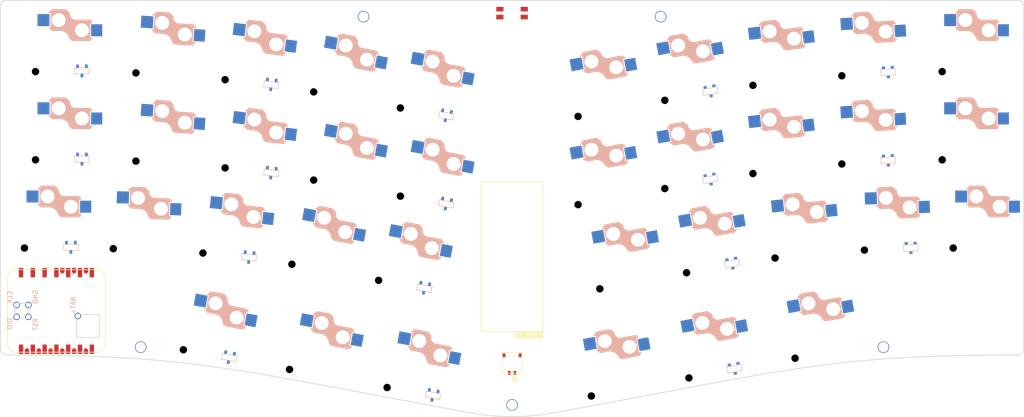
<source format=kicad_pcb>
(kicad_pcb (version 20241229) (generator "pcbnew") (generator_version "9.0")
  (title_block (title "unrouted") (rev "v1.0.0") (company "Unknown"))
  (layers (0 "F.Cu" signal) (2 "B.Cu" signal) (13 "F.Paste" user) (15 "B.Paste" user) (5 "F.SilkS" user) (7 "B.SilkS" user) (1 "F.Mask" user) (3 "B.Mask" user) (25 "Edge.Cuts" user))
  (net 0 "")
  (net 1 "R1")
  (net 2 "R3")
  (net 3 "P0.28")
  (net 4 "P0.29")
  (net 5 "P0.04")
  (net 6 "C8")
  (net 7 "C10")
  (net 8 "C7")
  (net 9 "C5")
  (net 10 "C3")
  (net 11 "C1")
  (net 12 "3V3")
  (net 13 "GND")
  (net 14 "5V")
  (net 15 "R2")
  (net 16 "R4")
  (net 17 "P1.01")
  (net 18 "P0.09")
  (net 19 "P0.10")
  (net 20 "C9")
  (net 21 "C6")
  (net 22 "C4")
  (net 23 "C2")
  (net 24 "DIO")
  (net 25 "CLK")
  (net 26 "RST")
  (net 27 "BAT+")
  (net 28 "flex_thumb")
  (net 29 "mirror_flex_thumb")
  (net 30 "w_top")
  (net 31 "e_top")
  (net 32 "r_top")
  (net 33 "t_top")
  (net 34 "mirror_w_top")
  (net 35 "mirror_e_top")
  (net 36 "mirror_r_top")
  (net 37 "mirror_t_top")
  (net 38 "s_home")
  (net 39 "d_home")
  (net 40 "f_home")
  (net 41 "g_home")
  (net 42 "mirror_s_home")
  (net 43 "mirror_d_home")
  (net 44 "mirror_f_home")
  (net 45 "mirror_g_home")
  (net 46 "z_bottom")
  (net 47 "x_bottom")
  (net 48 "c_bottom")
  (net 49 "v_bottom")
  (net 50 "b_bottom")
  (net 51 "mirror_z_bottom")
  (net 52 "mirror_x_bottom")
  (net 53 "mirror_c_bottom")
  (net 54 "mirror_v_bottom")
  (net 55 "mirror_b_bottom")
  (net 56 "base_thumb")
  (net 57 "mirror_base_thumb")
  (net 58 "q_top")
  (net 59 "mirror_q_top")
  (net 60 "a_home")
  (net 61 "mirror_a_home")
  (net 62 "ext_thumb")
  (net 63 "mirror_ext_thumb")
  (footprint "sw_choc_1u" (layer "F.Cu") (at 41.426508 2.388493 -7)
    (property "Reference" "SW4" (hide yes))
    (property "Value" "")
    (pad "" np_thru_hole circle (at -5.5 0 353) (size 1.9 1.9) (drill 1.9) (layers "*.Cu"))
    (pad "" np_thru_hole circle (at -5 5.15 353) (size 1.6 1.6) (drill 1.6) (layers "*.Mask"))
    (pad "" np_thru_hole circle (at 0 -5.95 353) (size 3 3) (drill 3) (layers "*.Cu" "*.Mask"))
    (pad "" np_thru_hole circle (at 0 0 353) (size 5 5) (drill 5) (layers "*.Cu"))
    (pad "" np_thru_hole circle (at 5 -3.75 188) (size 3 3) (drill 3) (layers "*.Cu" "*.Mask"))
    (pad "" np_thru_hole circle (at 5.5 0 353) (size 1.9 1.9) (drill 1.9) (layers "*.Cu"))
    (pad "1" smd rect (at -3.275 -5.95 353) (size 2.6 2.6) (layers "B.Cu" "B.Mask" "B.Paste") (net 10 "C3"))
    (pad "2" smd rect (at 8.175 -3.75 353) (size 2.4 2.6) (layers "B.Cu" "B.Mask" "B.Paste") (net 31 "e_top"))
  )
  (footprint "sw_choc_1u" (layer "F.Cu") (at 60.770097 5.365756 -10.5)
    (property "Reference" "SW5" (hide yes))
    (property "Value" "")
    (pad "" np_thru_hole circle (at -5.5 0 349.5) (size 1.9 1.9) (drill 1.9) (layers "*.Cu"))
    (pad "" np_thru_hole circle (at -5 5.15 349.5) (size 1.6 1.6) (drill 1.6) (layers "*.Mask"))
    (pad "" np_thru_hole circle (at 0 -5.95 349.5) (size 3 3) (drill 3) (layers "*.Cu" "*.Mask"))
    (pad "" np_thru_hole circle (at 0 0 349.5) (size 5 5) (drill 5) (layers "*.Cu"))
    (pad "" np_thru_hole circle (at 5 -3.75 184.5) (size 3 3) (drill 3) (layers "*.Cu" "*.Mask"))
    (pad "" np_thru_hole circle (at 5.5 0 349.5) (size 1.9 1.9) (drill 1.9) (layers "*.Cu"))
    (pad "1" smd rect (at -3.275 -5.95 349.5) (size 2.6 2.6) (layers "B.Cu" "B.Mask" "B.Paste") (net 22 "C4"))
    (pad "2" smd rect (at 8.175 -3.75 349.5) (size 2.4 2.6) (layers "B.Cu" "B.Mask" "B.Paste") (net 32 "r_top"))
  )
  (footprint "choc" (layer "F.Cu") (at 32.709804 60.91418 -10.5)
    (property "Reference" "SW1" (hide yes))
    (property "Value" "")
    (pad "" np_thru_hole circle (at -5.5 0 349.5) (size 1.9 1.9) (drill 1.9) (layers "*.Cu"))
    (pad "" np_thru_hole circle (at -5 5.15 349.5) (size 1.6 1.6) (drill 1.6) (layers "*.Mask"))
    (pad "" np_thru_hole circle (at 0 -5.95 349.5) (size 3 3) (drill 3) (layers "*.Cu" "*.Mask"))
    (pad "" np_thru_hole circle (at 0 0 349.5) (size 5 5) (drill 5) (layers "*.Cu"))
    (pad "" np_thru_hole circle (at 5 -3.75 184.5) (size 3 3) (drill 3) (layers "*.Cu" "*.Mask"))
    (pad "" np_thru_hole circle (at 5.5 0 349.5) (size 1.9 1.9) (drill 1.9) (layers "*.Cu"))
    (pad "1" smd rect (at -3.275 -5.95 349.5) (size 2.6 2.6) (layers "B.Cu" "B.Mask" "B.Paste") (net 10 "C3"))
    (pad "2" smd rect (at 8.175 -3.75 349.5) (size 2.4 2.6) (layers "B.Cu" "B.Mask" "B.Paste") (net 28 "flex_thumb"))
  )
  (footprint "sw_reset_side" (layer "F.Cu") (at 97.6491 -7.45)
    (property "Reference" "XX1" (hide yes))
    (property "Value" "")
    (pad "" np_thru_hole circle (at 0 -1.375 180) (size 0.75 0.75) (drill 0.75) (layers "*.Cu" "*.Mask"))
    (pad "" np_thru_hole circle (at 0 1.375 180) (size 0.75 0.75) (drill 0.75) (layers "*.Cu" "*.Mask"))
    (pad "1" smd rect (at 2.625 -0.85 180) (size 1.55 1) (layers "F.Cu" "F.Mask" "F.Paste") (net 13 "GND"))
    (pad "2" smd rect (at 2.625 0.85 180) (size 1.55 1) (layers "F.Cu" "F.Mask" "F.Paste") (net 26 "RST"))
    (pad "3" smd rect (at -2.625 -0.85 180) (size 1.55 1) (layers "F.Cu" "F.Mask" "F.Paste") (net 13 "GND"))
    (pad "4" smd rect (at -2.625 0.85 180) (size 1.55 1) (layers "F.Cu" "F.Mask" "F.Paste") (net 26 "RST"))
  )
  (footprint "sw_choc_1u" (layer "F.Cu") (at 173.360957 19.597681 3.5)
    (property "Reference" "SW15" (hide yes))
    (property "Value" "")
    (pad "" np_thru_hole circle (at -5.5 0 3.5) (size 1.9 1.9) (drill 1.9) (layers "*.Cu"))
    (pad "" np_thru_hole circle (at -5 5.15 3.5) (size 1.6 1.6) (drill 1.6) (layers "*.Mask"))
    (pad "" np_thru_hole circle (at 0 -5.95 3.5) (size 3 3) (drill 3) (layers "*.Cu" "*.Mask"))
    (pad "" np_thru_hole circle (at 0 0 3.5) (size 5 5) (drill 5) (layers "*.Cu"))
    (pad "" np_thru_hole circle (at 5 -3.75 198.5) (size 3 3) (drill 3) (layers "*.Cu" "*.Mask"))
    (pad "" np_thru_hole circle (at 5.5 0 3.5) (size 1.9 1.9) (drill 1.9) (layers "*.Cu"))
    (pad "1" smd rect (at -3.275 -5.95 3.5) (size 2.6 2.6) (layers "B.Cu" "B.Mask" "B.Paste") (net 20 "C9"))
    (pad "2" smd rect (at 8.175 -3.75 3.5) (size 2.4 2.6) (layers "B.Cu" "B.Mask" "B.Paste") (net 42 "mirror_s_home"))
  )
  (footprint "sw_choc_1.25u" (layer "F.Cu") (at 0 19)
    (property "Reference" "SW33" (hide yes))
    (property "Value" "")
    (pad "" np_thru_hole circle (at -5.5 0) (size 1.9 1.9) (drill 1.9) (layers "*.Cu"))
    (pad "" np_thru_hole circle (at -5 5.15) (size 1.6 1.6) (drill 1.6) (layers "*.Mask"))
    (pad "" np_thru_hole circle (at 0 -5.95) (size 3 3) (drill 3) (layers "*.Cu" "*.Mask"))
    (pad "" np_thru_hole circle (at 0 0) (size 5 5) (drill 5) (layers "*.Cu"))
    (pad "" np_thru_hole circle (at 5 -3.75 195) (size 3 3) (drill 3) (layers "*.Cu" "*.Mask"))
    (pad "" np_thru_hole circle (at 5.5 0) (size 1.9 1.9) (drill 1.9) (layers "*.Cu"))
    (pad "1" smd rect (at -3.275 -5.95) (size 2.6 2.6) (layers "B.Cu" "B.Mask" "B.Paste") (net 11 "C1"))
    (pad "2" smd rect (at 8.175 -3.75) (size 2.4 2.6) (layers "B.Cu" "B.Mask" "B.Paste") (net 60 "a_home"))
  )
  (footprint "mounting_hole" (layer "F.Cu") (at 177.6491 64.5)
    (property "Reference" "H5" (hide yes))
    (property "Value" "")
    (pad "" thru_hole circle (at 0 0 180) (size 2.46 2.46) (drill 2.2) (layers "*.Cu" "*.Mask"))
  )
  (footprint "sw_choc_1u" (layer "F.Cu") (at 158.722661 39.648093 6.125)
    (property "Reference" "SW26" (hide yes))
    (property "Value" "")
    (pad "" np_thru_hole circle (at -5.5 0 6.125) (size 1.9 1.9) (drill 1.9) (layers "*.Cu"))
    (pad "" np_thru_hole circle (at -5 5.15 6.125) (size 1.6 1.6) (drill 1.6) (layers "*.Mask"))
    (pad "" np_thru_hole circle (at 0 -5.95 6.125) (size 3 3) (drill 3) (layers "*.Cu" "*.Mask"))
    (pad "" np_thru_hole circle (at 0 0 6.125) (size 5 5) (drill 5) (layers "*.Cu"))
    (pad "" np_thru_hole circle (at 5 -3.75 201.125) (size 3 3) (drill 3) (layers "*.Cu" "*.Mask"))
    (pad "" np_thru_hole circle (at 5.5 0 6.125) (size 1.9 1.9) (drill 1.9) (layers "*.Cu"))
    (pad "1" smd rect (at -3.275 -5.95 6.125) (size 2.6 2.6) (layers "B.Cu" "B.Mask" "B.Paste") (net 6 "C8"))
    (pad "2" smd rect (at 8.175 -3.75 6.125) (size 2.4 2.6) (layers "B.Cu" "B.Mask" "B.Paste") (net 53 "mirror_c_bottom"))
  )
  (footprint "sw_choc_1.25u" (layer "F.Cu") (at 195.298199 0)
    (property "Reference" "SW32" (hide yes))
    (property "Value" "")
    (pad "" np_thru_hole circle (at -5.5 0) (size 1.9 1.9) (drill 1.9) (layers "*.Cu"))
    (pad "" np_thru_hole circle (at -5 5.15) (size 1.6 1.6) (drill 1.6) (layers "*.Mask"))
    (pad "" np_thru_hole circle (at 0 -5.95) (size 3 3) (drill 3) (layers "*.Cu" "*.Mask"))
    (pad "" np_thru_hole circle (at 0 0) (size 5 5) (drill 5) (layers "*.Cu"))
    (pad "" np_thru_hole circle (at 5 -3.75 195) (size 3 3) (drill 3) (layers "*.Cu" "*.Mask"))
    (pad "" np_thru_hole circle (at 5.5 0) (size 1.9 1.9) (drill 1.9) (layers "*.Cu"))
    (pad "1" smd rect (at -3.275 -5.95) (size 2.6 2.6) (layers "B.Cu" "B.Mask" "B.Paste") (net 7 "C10"))
    (pad "2" smd rect (at 8.175 -3.75) (size 2.4 2.6) (layers "B.Cu" "B.Mask" "B.Paste") (net 59 "mirror_q_top"))
  )
  (footprint "sw_choc_1u" (layer "F.Cu") (at 153.871691 21.388493 7)
    (property "Reference" "SW16" (hide yes))
    (property "Value" "")
    (pad "" np_thru_hole circle (at -5.5 0 7) (size 1.9 1.9) (drill 1.9) (layers "*.Cu"))
    (pad "" np_thru_hole circle (at -5 5.15 7) (size 1.6 1.6) (drill 1.6) (layers "*.Mask"))
    (pad "" np_thru_hole circle (at 0 -5.95 7) (size 3 3) (drill 3) (layers "*.Cu" "*.Mask"))
    (pad "" np_thru_hole circle (at 0 0 7) (size 5 5) (drill 5) (layers "*.Cu"))
    (pad "" np_thru_hole circle (at 5 -3.75 202) (size 3 3) (drill 3) (layers "*.Cu" "*.Mask"))
    (pad "" np_thru_hole circle (at 5.5 0 7) (size 1.9 1.9) (drill 1.9) (layers "*.Cu"))
    (pad "1" smd rect (at -3.275 -5.95 7) (size 2.6 2.6) (layers "B.Cu" "B.Mask" "B.Paste") (net 6 "C8"))
    (pad "2" smd rect (at 8.175 -3.75 7) (size 2.4 2.6) (layers "B.Cu" "B.Mask" "B.Paste") (net 43 "mirror_d_home"))
  )
  (footprint "mounting_hole" (layer "F.Cu") (at 129.6491 -6.7)
    (property "Reference" "H2" (hide yes))
    (property "Value" "")
    (pad "" thru_hole circle (at 0 0 180) (size 2.46 2.46) (drill 2.2) (layers "*.Cu" "*.Mask"))
  )
  (footprint "sw_choc_1u" (layer "F.Cu") (at 115.846259 8.828231 10.5)
    (property "Reference" "SW10" (hide yes))
    (property "Value" "")
    (pad "" np_thru_hole circle (at -5.5 0 10.5) (size 1.9 1.9) (drill 1.9) (layers "*.Cu"))
    (pad "" np_thru_hole circle (at -5 5.15 10.5) (size 1.6 1.6) (drill 1.6) (layers "*.Mask"))
    (pad "" np_thru_hole circle (at 0 -5.95 10.5) (size 3 3) (drill 3) (layers "*.Cu" "*.Mask"))
    (pad "" np_thru_hole circle (at 0 0 10.5) (size 5 5) (drill 5) (layers "*.Cu"))
    (pad "" np_thru_hole circle (at 5 -3.750001 205.5) (size 3 3) (drill 3) (layers "*.Cu" "*.Mask"))
    (pad "" np_thru_hole circle (at 5.5 0 10.5) (size 1.9 1.9) (drill 1.9) (layers "*.Cu"))
    (pad "1" smd rect (at -3.275 -5.95 10.5) (size 2.6 2.6) (layers "B.Cu" "B.Mask" "B.Paste") (net 21 "C6"))
    (pad "2" smd rect (at 8.175 -3.75 10.5) (size 2.4 2.6) (layers "B.Cu" "B.Mask" "B.Paste") (net 37 "mirror_t_top"))
  )
  (footprint "sw_choc_1u" (layer "F.Cu") (at 134.528102 24.365756 10.5)
    (property "Reference" "SW17" (hide yes))
    (property "Value" "")
    (pad "" np_thru_hole circle (at -5.5 0 10.5) (size 1.9 1.9) (drill 1.9) (layers "*.Cu"))
    (pad "" np_thru_hole circle (at -5 5.15 10.5) (size 1.6 1.6) (drill 1.6) (layers "*.Mask"))
    (pad "" np_thru_hole circle (at 0 -5.95 10.5) (size 3 3) (drill 3) (layers "*.Cu" "*.Mask"))
    (pad "" np_thru_hole circle (at 0 0 10.5) (size 5 5) (drill 5) (layers "*.Cu"))
    (pad "" np_thru_hole circle (at 5 -3.750001 205.5) (size 3 3) (drill 3) (layers "*.Cu" "*.Mask"))
    (pad "" np_thru_hole circle (at 5.5 0 10.5) (size 1.9 1.9) (drill 1.9) (layers "*.Cu"))
    (pad "1" smd rect (at -3.275 -5.95 10.5) (size 2.6 2.6) (layers "B.Cu" "B.Mask" "B.Paste") (net 8 "C7"))
    (pad "2" smd rect (at 8.175 -3.75 10.5) (size 2.4 2.6) (layers "B.Cu" "B.Mask" "B.Paste") (net 44 "mirror_f_home"))
  )
  (footprint "sw_choc_1u" (layer "F.Cu") (at 74.761679 45.960283 -10.5)
    (property "Reference" "SW23" (hide yes))
    (property "Value" "")
    (pad "" np_thru_hole circle (at -5.5 0 349.5) (size 1.9 1.9) (drill 1.9) (layers "*.Cu"))
    (pad "" np_thru_hole circle (at -5 5.15 349.5) (size 1.6 1.6) (drill 1.6) (layers "*.Mask"))
    (pad "" np_thru_hole circle (at 0 -5.95 349.5) (size 3 3) (drill 3) (layers "*.Cu" "*.Mask"))
    (pad "" np_thru_hole circle (at 0 0 349.5) (size 5 5) (drill 5) (layers "*.Cu"))
    (pad "" np_thru_hole circle (at 5 -3.75 184.5) (size 3 3) (drill 3) (layers "*.Cu" "*.Mask"))
    (pad "" np_thru_hole circle (at 5.5 0 349.5) (size 1.9 1.9) (drill 1.9) (layers "*.Cu"))
    (pad "1" smd rect (at -3.275 -5.95 349.5) (size 2.6 2.6) (layers "B.Cu" "B.Mask" "B.Paste") (net 9 "C5"))
    (pad "2" smd rect (at 8.175 -3.75 349.5) (size 2.4 2.6) (layers "B.Cu" "B.Mask" "B.Paste") (net 50 "b_bottom"))
  )
  (footprint "conn_molex_pico_front" (layer "F.Cu") (at 97.6491 68.15 180)
    (property "Reference" "XX2" (hide yes))
    (property "Value" "")
    (fp_text user "+" (at -1.32 -2.75 180) (layer "F.SilkS" knockout) (effects (justify left bottom)))
    (pad "1" smd roundrect (at -0.6 -1.875 180) (size 0.6 0.85) (layers "F.Cu" "F.Mask" "F.Paste") (net 27 "BAT+"))
    (pad "2" smd roundrect (at 0.6 -1.875 180) (size 0.6 0.85) (layers "F.Cu" "F.Mask" "F.Paste") (net 13 "GND"))
    (pad "MP" smd roundrect (at -1.75 1.9 180) (size 0.7 0.8) (layers "F.Cu" "F.Mask" "F.Paste"))
    (pad "MP" smd roundrect (at 1.75 1.9 180) (size 0.7 0.8) (layers "F.Cu" "F.Mask" "F.Paste"))
  )
  (footprint "sw_choc_1u" (layer "F.Cu") (at 115.846259 27.828231 10.5)
    (property "Reference" "SW18" (hide yes))
    (property "Value" "")
    (pad "" np_thru_hole circle (at -5.5 0 10.5) (size 1.9 1.9) (drill 1.9) (layers "*.Cu"))
    (pad "" np_thru_hole circle (at -5 5.15 10.5) (size 1.6 1.6) (drill 1.6) (layers "*.Mask"))
    (pad "" np_thru_hole circle (at 0 -5.95 10.5) (size 3 3) (drill 3) (layers "*.Cu" "*.Mask"))
    (pad "" np_thru_hole circle (at 0 0 10.5) (size 5 5) (drill 5) (layers "*.Cu"))
    (pad "" np_thru_hole circle (at 5 -3.750001 205.5) (size 3 3) (drill 3) (layers "*.Cu" "*.Mask"))
    (pad "" np_thru_hole circle (at 5.5 0 10.5) (size 1.9 1.9) (drill 1.9) (layers "*.Cu"))
    (pad "1" smd rect (at -3.275 -5.95 10.5) (size 2.6 2.6) (layers "B.Cu" "B.Mask" "B.Paste") (net 21 "C6"))
    (pad "2" smd rect (at 8.175 -3.75 10.5) (size 2.4 2.6) (layers "B.Cu" "B.Mask" "B.Paste") (net 45 "mirror_g_home"))
  )
  (footprint "mounting_hole" (layer "F.Cu") (at 65.6491 -6.7)
    (property "Reference" "H1" (hide yes))
    (property "Value" "")
    (pad "" thru_hole circle (at 0 0 180) (size 2.46 2.46) (drill 2.2) (layers "*.Cu" "*.Mask"))
  )
  (footprint "sw_choc_1u" (layer "F.Cu") (at 60.770097 24.365756 -10.5)
    (property "Reference" "SW13" (hide yes))
    (property "Value" "")
    (pad "" np_thru_hole circle (at -5.5 0 349.5) (size 1.9 1.9) (drill 1.9) (layers "*.Cu"))
    (pad "" np_thru_hole circle (at -5 5.15 349.5) (size 1.6 1.6) (drill 1.6) (layers "*.Mask"))
    (pad "" np_thru_hole circle (at 0 -5.95 349.5) (size 3 3) (drill 3) (layers "*.Cu" "*.Mask"))
    (pad "" np_thru_hole circle (at 0 0 349.5) (size 5 5) (drill 5) (layers "*.Cu"))
    (pad "" np_thru_hole circle (at 5 -3.75 184.5) (size 3 3) (drill 3) (layers "*.Cu" "*.Mask"))
    (pad "" np_thru_hole circle (at 5.5 0 349.5) (size 1.9 1.9) (drill 1.9) (layers "*.Cu"))
    (pad "1" smd rect (at -3.275 -5.95 349.5) (size 2.6 2.6) (layers "B.Cu" "B.Mask" "B.Paste") (net 22 "C4"))
    (pad "2" smd rect (at 8.175 -3.75 349.5) (size 2.4 2.6) (layers "B.Cu" "B.Mask" "B.Paste") (net 40 "f_home"))
  )
  (footprint "sw_choc_1u" (layer "F.Cu") (at 21.937242 19.597681 -3.5)
    (property "Reference" "SW11" (hide yes))
    (property "Value" "")
    (pad "" np_thru_hole circle (at -5.5 0 356.5) (size 1.9 1.9) (drill 1.9) (layers "*.Cu"))
    (pad "" np_thru_hole circle (at -5 5.15 356.5) (size 1.6 1.6) (drill 1.6) (layers "*.Mask"))
    (pad "" np_thru_hole circle (at 0 -5.95 356.5) (size 3 3) (drill 3) (layers "*.Cu" "*.Mask"))
    (pad "" np_thru_hole circle (at 0 0 356.5) (size 5 5) (drill 5) (layers "*.Cu"))
    (pad "" np_thru_hole circle (at 5 -3.75 191.5) (size 3 3) (drill 3) (layers "*.Cu" "*.Mask"))
    (pad "" np_thru_hole circle (at 5.5 0 356.5) (size 1.9 1.9) (drill 1.9) (layers "*.Cu"))
    (pad "1" smd rect (at -3.275 -5.95 356.5) (size 2.6 2.6) (layers "B.Cu" "B.Mask" "B.Paste") (net 23 "C2"))
    (pad "2" smd rect (at 8.175 -3.75 356.5) (size 2.4 2.6) (layers "B.Cu" "B.Mask" "B.Paste") (net 38 "s_home"))
  )
  (footprint "sw_choc_1u" (layer "F.Cu") (at 55.57048 65.151156 -10.5)
    (property "Reference" "SW29" (hide yes))
    (property "Value" "")
    (pad "" np_thru_hole circle (at -5.5 0 349.5) (size 1.9 1.9) (drill 1.9) (layers "*.Cu"))
    (pad "" np_thru_hole circle (at -5 5.15 349.5) (size 1.6 1.6) (drill 1.6) (layers "*.Mask"))
    (pad "" np_thru_hole circle (at 0 -5.95 349.5) (size 3 3) (drill 3) (layers "*.Cu" "*.Mask"))
    (pad "" np_thru_hole circle (at 0 0 349.5) (size 5 5) (drill 5) (layers "*.Cu"))
    (pad "" np_thru_hole circle (at 5 -3.75 184.5) (size 3 3) (drill 3) (layers "*.Cu" "*.Mask"))
    (pad "" np_thru_hole circle (at 5.5 0 349.5) (size 1.9 1.9) (drill 1.9) (layers "*.Cu"))
    (pad "1" smd rect (at -3.275 -5.95 349.5) (size 2.6 2.6) (layers "B.Cu" "B.Mask" "B.Paste") (net 22 "C4"))
    (pad "2" smd rect (at 8.175 -3.75 349.5) (size 2.4 2.6) (layers "B.Cu" "B.Mask" "B.Paste") (net 56 "base_thumb"))
  )
  (footprint "sw_choc_1.25u" (layer "F.Cu") (at 195.298199 19)
    (property "Reference" "SW34" (hide yes))
    (property "Value" "")
    (pad "" np_thru_hole circle (at -5.5 0) (size 1.9 1.9) (drill 1.9) (layers "*.Cu"))
    (pad "" np_thru_hole circle (at -5 5.15) (size 1.6 1.6) (drill 1.6) (layers "*.Mask"))
    (pad "" np_thru_hole circle (at 0 -5.95) (size 3 3) (drill 3) (layers "*.Cu" "*.Mask"))
    (pad "" np_thru_hole circle (at 0 0) (size 5 5) (drill 5) (layers "*.Cu"))
    (pad "" np_thru_hole circle (at 5 -3.75 195) (size 3 3) (drill 3) (layers "*.Cu" "*.Mask"))
    (pad "" np_thru_hole circle (at 5.5 0) (size 1.9 1.9) (drill 1.9) (layers "*.Cu"))
    (pad "1" smd rect (at -3.275 -5.95) (size 2.6 2.6) (layers "B.Cu" "B.Mask" "B.Paste") (net 7 "C10"))
    (pad "2" smd rect (at 8.175 -3.75) (size 2.4 2.6) (layers "B.Cu" "B.Mask" "B.Paste") (net 61 "mirror_a_home"))
  )
  (footprint "mounting_hole" (layer "F.Cu") (at 97.6491 76.949)
    (property "Reference" "H4" (hide yes))
    (property "Value" "")
    (pad "" thru_hole circle (at 0 0 180) (size 2.46 2.46) (drill 2.2) (layers "*.Cu" "*.Mask"))
  )
  (footprint "sw_choc_1u" (layer "F.Cu") (at 173.360957 0.59768 3.5)
    (property "Reference" "SW7" (hide yes))
    (property "Value" "")
    (pad "" np_thru_hole circle (at -5.5 0 3.5) (size 1.9 1.9) (drill 1.9) (layers "*.Cu"))
    (pad "" np_thru_hole circle (at -5 5.15 3.5) (size 1.6 1.6) (drill 1.6) (layers "*.Mask"))
    (pad "" np_thru_hole circle (at 0 -5.95 3.5) (size 3 3) (drill 3) (layers "*.Cu" "*.Mask"))
    (pad "" np_thru_hole circle (at 0 0 3.5) (size 5 5) (drill 5) (layers "*.Cu"))
    (pad "" np_thru_hole circle (at 5 -3.75 198.5) (size 3 3) (drill 3) (layers "*.Cu" "*.Mask"))
    (pad "" np_thru_hole circle (at 5.5 0 3.5) (size 1.9 1.9) (drill 1.9) (layers "*.Cu"))
    (pad "1" smd rect (at -3.275 -5.95 3.5) (size 2.6 2.6) (layers "B.Cu" "B.Mask" "B.Paste") (net 20 "C9"))
    (pad "2" smd rect (at 8.175 -3.75 3.5) (size 2.4 2.6) (layers "B.Cu" "B.Mask" "B.Paste") (net 34 "mirror_w_top"))
  )
  (footprint "sw_choc_1u" (layer "F.Cu") (at 197.673199 38)
    (property "Reference" "SW24" (hide yes))
    (property "Value" "")
    (pad "" np_thru_hole circle (at -5.5 0) (size 1.9 1.9) (drill 1.9) (layers "*.Cu"))
    (pad "" np_thru_hole circle (at -5 5.15) (size 1.6 1.6) (drill 1.6) (layers "*.Mask"))
    (pad "" np_thru_hole circle (at 0 -5.95) (size 3 3) (drill 3) (layers "*.Cu" "*.Mask"))
    (pad "" np_thru_hole circle (at 0 0) (size 5 5) (drill 5) (layers "*.Cu"))
    (pad "" np_thru_hole circle (at 5 -3.75 195) (size 3 3) (drill 3) (layers "*.Cu" "*.Mask"))
    (pad "" np_thru_hole circle (at 5.5 0) (size 1.9 1.9) (drill 1.9) (layers "*.Cu"))
    (pad "1" smd rect (at -3.275 -5.95) (size 2.6 2.6) (layers "B.Cu" "B.Mask" "B.Paste") (net 7 "C10"))
    (pad "2" smd rect (at 8.175 -3.75) (size 2.4 2.6) (layers "B.Cu" "B.Mask" "B.Paste") (net 51 "mirror_z_bottom"))
  )
  (footprint "sw_choc_1u" (layer "F.Cu") (at 153.871691 2.388493 7)
    (property "Reference" "SW8" (hide yes))
    (property "Value" "")
    (pad "" np_thru_hole circle (at -5.5 0 7) (size 1.9 1.9) (drill 1.9) (layers "*.Cu"))
    (pad "" np_thru_hole circle (at -5 5.15 7) (size 1.6 1.6) (drill 1.6) (layers "*.Mask"))
    (pad "" np_thru_hole circle (at 0 -5.95 7) (size 3 3) (drill 3) (layers "*.Cu" "*.Mask"))
    (pad "" np_thru_hole circle (at 0 0 7) (size 5 5) (drill 5) (layers "*.Cu"))
    (pad "" np_thru_hole circle (at 5 -3.75 202) (size 3 3) (drill 3) (layers "*.Cu" "*.Mask"))
    (pad "" np_thru_hole circle (at 5.5 0 7) (size 1.9 1.9) (drill 1.9) (layers "*.Cu"))
    (pad "1" smd rect (at -3.275 -5.95 7) (size 2.6 2.6) (layers "B.Cu" "B.Mask" "B.Paste") (net 6 "C8"))
    (pad "2" smd rect (at 8.175 -3.75 7) (size 2.4 2.6) (layers "B.Cu" "B.Mask" "B.Paste") (net 35 "mirror_e_top"))
  )
  (footprint "sw_choc_1u" (layer "F.Cu") (at 178.387514 38.294547 1.75)
    (property "Reference" "SW25" (hide yes))
    (property "Value" "")
    (pad "" np_thru_hole circle (at -5.5 0 1.75) (size 1.9 1.9) (drill 1.9) (layers "*.Cu"))
    (pad "" np_thru_hole circle (at -5 5.15 1.75) (size 1.6 1.6) (drill 1.6) (layers "*.Mask"))
    (pad "" np_thru_hole circle (at 0 -5.95 1.75) (size 3 3) (drill 3) (layers "*.Cu" "*.Mask"))
    (pad "" np_thru_hole circle (at 0 0 1.75) (size 5 5) (drill 5) (layers "*.Cu"))
    (pad "" np_thru_hole circle (at 5 -3.75 196.75) (size 3 3) (drill 3) (layers "*.Cu" "*.Mask"))
    (pad "" np_thru_hole circle (at 5.5 0 1.75) (size 1.9 1.9) (drill 1.9) (layers "*.Cu"))
    (pad "1" smd rect (at -3.275 -5.95 1.75) (size 2.6 2.6) (layers "B.Cu" "B.Mask" "B.Paste") (net 20 "C9"))
    (pad "2" smd rect (at 8.175 -3.75 1.75) (size 2.4 2.6) (layers "B.Cu" "B.Mask" "B.Paste") (net 52 "mirror_x_bottom"))
  )
  (footprint "xiao_plus_smd_prod" (layer "F.Cu") (at -0.4995 56.7 90)
    (property "Reference" "MCU1" (hide yes))
    (property "Value" "")
    (fp_line (start -1.244 -8.9275) (end 1.244 -8.9275) (stroke (width 0.15)) (layer "Edge.Cuts"))
    (fp_line (start 1.625 -8.5465) (end 1.625 -6.0585) (stroke (width 0.15)) (layer "Edge.Cuts"))
    (fp_line (start -1.625 -6.0585) (end -1.625 -8.5465) (stroke (width 0.15)) (layer "Edge.Cuts"))
    (fp_line (start 1.244 -5.6775) (end -1.244 -5.6775) (stroke (width 0.15)) (layer "Edge.Cuts"))
    (fp_line (start -5.35692 4.2702) (end -1.11892 4.2702) (stroke (width 0.15)) (layer "Edge.Cuts"))
    (fp_line (start -0.73792 4.6512) (end -0.73792 8.8892) (stroke (width 0.15)) (layer "Edge.Cuts"))
    (fp_line (start -5.73792 8.8892) (end -5.73792 4.6512) (stroke (width 0.15)) (layer "Edge.Cuts"))
    (fp_line (start -1.11892 9.2702) (end -5.35692 9.2702) (stroke (width 0.15)) (layer "Edge.Cuts"))
    (fp_arc (start 1.244 -8.9275) (mid 1.513408 -8.815908) (end 1.625 -8.5465) (stroke (width 0.15)) (layer "Edge.Cuts"))
    (fp_arc (start -1.625 -8.5465) (mid -1.513408 -8.815908) (end -1.244 -8.9275) (stroke (width 0.15)) (layer "Edge.Cuts"))
    (fp_arc (start 1.625 -6.0585) (mid 1.513408 -5.789092) (end 1.244 -5.6775) (stroke (width 0.15)) (layer "Edge.Cuts"))
    (fp_arc (start -1.244 -5.6775) (mid -1.513408 -5.789093) (end -1.624999 -6.058501) (stroke (width 0.15)) (layer "Edge.Cuts"))
    (fp_arc (start -1.11892 4.2702) (mid -0.849512 4.381792) (end -0.73792 4.6512) (stroke (width 0.15)) (layer "Edge.Cuts"))
    (fp_arc (start -5.73792 4.6512) (mid -5.626328 4.381792) (end -5.35692 4.2702) (stroke (width 0.15)) (layer "Edge.Cuts"))
    (fp_arc (start -0.73792 8.8892) (mid -0.849512 9.158608) (end -1.11892 9.2702) (stroke (width 0.15)) (layer "Edge.Cuts"))
    (fp_arc (start -5.35692 9.2702) (mid -5.626328 9.158608) (end -5.73792 8.8892) (stroke (width 0.15)) (layer "Edge.Cuts"))
    (fp_text user "GND    RST" (at 4.644429 -3.932189 90) (layer "B.SilkS") (effects (justify left bottom mirror)))
    (fp_text user "BAT+" (at 3.153965 4.202883 90) (layer "B.SilkS") (effects (justify left bottom mirror)))
    (fp_text user "CLK    DIO" (at 4.423684 -9.462446 90) (layer "B.SilkS") (effects (justify left bottom mirror)))
    (pad "1" smd roundrect (at -8.255 -7.6165 270) (size 2.032 0.95) (layers "F.Cu" "F.Mask" "F.Paste") (roundrect_rratio 0.1) (net 1 "R1"))
    (pad "2" smd roundrect (at -8.255 -5.0765 270) (size 2.032 0.95) (layers "F.Cu" "F.Mask" "F.Paste") (roundrect_rratio 0.1) (net 2 "R3"))
    (pad "3" smd roundrect (at -8.255 -2.5365 270) (size 2.032 0.95) (layers "F.Cu" "F.Mask" "F.Paste") (roundrect_rratio 0.1) (net 3 "P0.28"))
    (pad "4" smd roundrect (at -8.255 0.0035 270) (size 2.032 0.95) (layers "F.Cu" "F.Mask" "F.Paste") (roundrect_rratio 0.1) (net 4 "P0.29"))
    (pad "5" smd roundrect (at -8.255 2.5435 270) (size 2.032 0.95) (layers "F.Cu" "F.Mask" "F.Paste") (roundrect_rratio 0.1) (net 5 "P0.04"))
    (pad "6" smd roundrect (at -8.255 5.0835 270) (size 2.032 0.95) (layers "F.Cu" "F.Mask" "F.Paste") (roundrect_rratio 0.1) (net 6 "C8"))
    (pad "7" smd roundrect (at -8.255 7.6235 270) (size 2.032 0.95) (layers "F.Cu" "F.Mask" "F.Paste") (roundrect_rratio 0.1) (net 7 "C10"))
    (pad "8" smd roundrect (at 8.255 7.6235 90) (size 2.032 0.95) (layers "F.Cu" "F.Mask" "F.Paste") (roundrect_rratio 0.1) (net 8 "C7"))
    (pad "9" smd roundrect (at 8.255 5.0835 90) (size 2.032 0.95) (layers "F.Cu" "F.Mask" "F.Paste") (roundrect_rratio 0.1) (net 9 "C5"))
    (pad "10" smd roundrect (at 8.255 2.5435 90) (size 2.032 0.95) (layers "F.Cu" "F.Mask" "F.Paste") (roundrect_rratio 0.1) (net 10 "C3"))
    (pad "11" smd roundrect (at 8.255 0.0035 90) (size 2.032 0.95) (layers "F.Cu" "F.Mask" "F.Paste") (roundrect_rratio 0.1) (net 11 "C1"))
    (pad "12" smd roundrect (at 8.255 -2.5365 90) (size 2.032 0.95) (layers "F.Cu" "F.Mask" "F.Paste") (roundrect_rratio 0.1) (net 12 "3V3"))
    (pad "13" smd roundrect (at 8.255 -5.0765 90) (size 2.032 0.95) (layers "F.Cu" "F.Mask" "F.Paste") (roundrect_rratio 0.1) (net 13 "GND"))
    (pad "14" smd roundrect (at 8.255 -7.6165 90) (size 2.032 0.95) (layers "F.Cu" "F.Mask" "F.Paste") (roundrect_rratio 0.1) (net 14 "5V"))
    (pad "15" smd roundrect (at -8.655 -6.3465 270) (size 1.232 0.95) (layers "F.Cu" "F.Mask" "F.Paste") (roundrect_rratio 0.1) (chamfer_ratio 0.35) (chamfer top_left bottom_left) (net 15 "R2"))
    (pad "16" smd roundrect (at -8.655 -3.8065 270) (size 1.232 0.95) (layers "F.Cu" "F.Mask" "F.Paste") (roundrect_rratio 0.1) (chamfer_ratio 0.35) (chamfer top_left bottom_left) (net 16 "R4"))
    (pad "17" smd roundrect (at -8.655 -1.2665 270) (size 1.232 0.95) (layers "F.Cu" "F.Mask" "F.Paste") (roundrect_rratio 0.1) (chamfer_ratio 0.35) (chamfer top_left bottom_left) (net 17 "P1.01"))
    (pad "18" smd roundrect (at -8.655 1.2735 270) (size 1.232 0.95) (layers "F.Cu" "F.Mask" "F.Paste") (roundrect_rratio 0.1) (chamfer_ratio 0.35) (chamfer top_left bottom_left) (net 18 "P0.09"))
    (pad "19" smd roundrect (at -8.655 3.8135 270) (size 1.232 0.95) (layers "F.Cu" "F.Mask" "F.Paste") (roundrect_rratio 0.1) (chamfer_ratio 0.35) (chamfer top_left bottom_left) (net 19 "P0.10"))
    (pad "20" smd roundrect (at -8.655 6.3535 270) (size 1.232 0.95) (layers "F.Cu" "F.Mask" "F.Paste") (roundrect_rratio 0.1) (chamfer_ratio 0.35) (chamfer top_left bottom_left) (net 20 "C9"))
    (pad "21" smd roundrect (at 8.655 6.3535 90) (size 1.232 0.95) (layers "F.Cu" "F.Mask" "F.Paste") (roundrect_rratio 0.1) (chamfer_ratio 0.35) (chamfer top_left bottom_left) (net 21 "C6"))
    (pad "22" smd roundrect (at 8.655 3.8135 90) (size 1.232 0.95) (layers "F.Cu" "F.Mask" "F.Paste") (roundrect_rratio 0.1) (chamfer_ratio 0.35) (chamfer top_left bottom_left) (net 22 "C4"))
    (pad "23" smd roundrect (at 8.655 1.2735 90) (size 1.232 0.95) (layers "F.Cu" "F.Mask" "F.Paste") (roundrect_rratio 0.1) (chamfer_ratio 0.35) (chamfer top_left bottom_left) (net 23 "C2"))
    (pad "24" thru_hole circle (at -1.27 -8.5725 90) (size 1.397 1.397) (drill 1.016) (property pad_prop_castellated) (layers "*.Cu" "*.Mask") (net 24 "DIO"))
    (pad "25" thru_hole circle (at 1.27 -8.5725 90) (size 1.397 1.397) (drill 1.016) (property pad_prop_castellated) (layers "*.Cu" "*.Mask") (net 25 "CLK"))
    (pad "26" thru_hole circle (at -1.27 -6.0325 90) (size 1.397 1.397) (drill 1.016) (property pad_prop_castellated) (layers "*.Cu" "*.Mask") (net 26 "RST"))
    (pad "27" thru_hole circle (at 1.27 -6.0325 90) (size 1.397 1.397) (drill 1.016) (property pad_prop_castellated) (layers "*.Cu" "*.Mask") (net 13 "GND"))
    (pad "28" thru_hole circle (at -1.08792 4.6202 90) (size 1.397 1.397) (drill 1.016) (property pad_prop_castellated) (layers "*.Cu" "*.Mask") (net 27 "BAT+"))
  )
  (footprint "sw_choc_1u" (layer "F.Cu") (at 16.910685 38.294547 -1.75)
    (property "Reference" "SW20" (hide yes))
    (property "Value" "")
    (pad "" np_thru_hole circle (at -5.5 0 358.25) (size 1.9 1.9) (drill 1.9) (layers "*.Cu"))
    (pad "" np_thru_hole circle (at -5 5.15 358.25) (size 1.6 1.6) (drill 1.6) (layers "*.Mask"))
    (pad "" np_thru_hole circle (at 0 -5.95 358.25) (size 3 3) (drill 3) (layers "*.Cu" "*.Mask"))
    (pad "" np_thru_hole circle (at 0 0 358.25) (size 5 5) (drill 5) (layers "*.Cu"))
    (pad "" np_thru_hole circle (at 5 -3.75 193.25) (size 3 3) (drill 3) (layers "*.Cu" "*.Mask"))
    (pad "" np_thru_hole circle (at 5.5 0 358.25) (size 1.9 1.9) (drill 1.9) (layers "*.Cu"))
    (pad "1" smd rect (at -3.275 -5.95 358.25) (size 2.6 2.6) (layers "B.Cu" "B.Mask" "B.Paste") (net 23 "C2"))
    (pad "2" smd rect (at 8.175 -3.75 358.25) (size 2.4 2.6) (layers "B.Cu" "B.Mask" "B.Paste") (net 47 "x_bottom"))
  )
  (footprint "sw_choc_1u" (layer "F.Cu") (at 134.528102 5.365756 10.5)
    (property "Reference" "SW9" (hide yes))
    (property "Value" "")
    (pad "" np_thru_hole circle (at -5.5 0 10.5) (size 1.9 1.9) (drill 1.9) (layers "*.Cu"))
    (pad "" np_thru_hole circle (at -5 5.15 10.5) (size 1.6 1.6) (drill 1.6) (layers "*.Mask"))
    (pad "" np_thru_hole circle (at 0 -5.95 10.5) (size 3 3) (drill 3) (layers "*.Cu" "*.Mask"))
    (pad "" np_thru_hole circle (at 0 0 10.5) (size 5 5) (drill 5) (layers "*.Cu"))
    (pad "" np_thru_hole circle (at 5 -3.750001 205.5) (size 3 3) (drill 3) (layers "*.Cu" "*.Mask"))
    (pad "" np_thru_hole circle (at 5.5 0 10.5) (size 1.9 1.9) (drill 1.9) (layers "*.Cu"))
    (pad "1" smd rect (at -3.275 -5.95 10.5) (size 2.6 2.6) (layers "B.Cu" "B.Mask" "B.Paste") (net 8 "C7"))
    (pad "2" smd rect (at 8.175 -3.75 10.5) (size 2.4 2.6) (layers "B.Cu" "B.Mask" "B.Paste") (net 36 "mirror_r_top"))
  )
  (footprint "sw_choc_1u" (layer "F.Cu") (at 56.079836 42.497808 -10.5)
    (property "Reference" "SW22" (hide yes))
    (property "Value" "")
    (pad "" np_thru_hole circle (at -5.5 0 349.5) (size 1.9 1.9) (drill 1.9) (layers "*.Cu"))
    (pad "" np_thru_hole circle (at -5 5.15 349.5) (size 1.6 1.6) (drill 1.6) (layers "*.Mask"))
    (pad "" np_thru_hole circle (at 0 -5.95 349.5) (size 3 3) (drill 3) (layers "*.Cu" "*.Mask"))
    (pad "" np_thru_hole circle (at 0 0 349.5) (size 5 5) (drill 5) (layers "*.Cu"))
    (pad "" np_thru_hole circle (at 5 -3.75 184.5) (size 3 3) (drill 3) (layers "*.Cu" "*.Mask"))
    (pad "" np_thru_hole circle (at 5.5 0 349.5) (size 1.9 1.9) (drill 1.9) (layers "*.Cu"))
    (pad "1" smd rect (at -3.275 -5.95 349.5) (size 2.6 2.6) (layers "B.Cu" "B.Mask" "B.Paste") (net 22 "C4"))
    (pad "2" smd rect (at 8.175 -3.75 349.5) (size 2.4 2.6) (layers "B.Cu" "B.Mask" "B.Paste") (net 49 "v_bottom"))
  )
  (footprint "sw_choc_1u" (layer "F.Cu") (at -2.375 38)
    (property "Reference" "SW19" (hide yes))
    (property "Value" "")
    (pad "" np_thru_hole circle (at -5.5 0) (size 1.9 1.9) (drill 1.9) (layers "*.Cu"))
    (pad "" np_thru_hole circle (at -5 5.15) (size 1.6 1.6) (drill 1.6) (layers "*.Mask"))
    (pad "" np_thru_hole circle (at 0 -5.95) (size 3 3) (drill 3) (layers "*.Cu" "*.Mask"))
    (pad "" np_thru_hole circle (at 0 0) (size 5 5) (drill 5) (layers "*.Cu"))
    (pad "" np_thru_hole circle (at 5 -3.75 195) (size 3 3) (drill 3) (layers "*.Cu" "*.Mask"))
    (pad "" np_thru_hole circle (at 5.5 0) (size 1.9 1.9) (drill 1.9) (layers "*.Cu"))
    (pad "1" smd rect (at -3.275 -5.95) (size 2.6 2.6) (layers "B.Cu" "B.Mask" "B.Paste") (net 11 "C1"))
    (pad "2" smd rect (at 8.175 -3.75) (size 2.4 2.6) (layers "B.Cu" "B.Mask" "B.Paste") (net 46 "z_bottom"))
  )
  (footprint "sw_choc_1u" (layer "F.Cu") (at 41.426508 21.388493 -7)
    (property "Reference" "SW12" (hide yes))
    (property "Value" "")
    (pad "" np_thru_hole circle (at -5.5 0 353) (size 1.9 1.9) (drill 1.9) (layers "*.Cu"))
    (pad "" np_thru_hole circle (at -5 5.15 353) (size 1.6 1.6) (drill 1.6) (layers "*.Mask"))
    (pad "" np_thru_hole circle (at 0 -5.95 353) (size 3 3) (drill 3) (layers "*.Cu" "*.Mask"))
    (pad "" np_thru_hole circle (at 0 0 353) (size 5 5) (drill 5) (layers "*.Cu"))
    (pad "" np_thru_hole circle (at 5 -3.75 188) (size 3 3) (drill 3) (layers "*.Cu" "*.Mask"))
    (pad "" np_thru_hole circle (at 5.5 0 353) (size 1.9 1.9) (drill 1.9) (layers "*.Cu"))
    (pad "1" smd rect (at -3.275 -5.95 353) (size 2.6 2.6) (layers "B.Cu" "B.Mask" "B.Paste") (net 10 "C3"))
    (pad "2" smd rect (at 8.175 -3.75 353) (size 2.4 2.6) (layers "B.Cu" "B.Mask" "B.Paste") (net 39 "d_home"))
  )
  (footprint "mounting_hole" (layer "F.Cu") (at 17.6491 64.5)
    (property "Reference" "H3" (hide yes))
    (property "Value" "")
    (pad "" thru_hole circle (at 0 0 180) (size 2.46 2.46) (drill 2.2) (layers "*.Cu" "*.Mask"))
  )
  (footprint "sw_choc_1.25u" (layer "F.Cu") (at 76.587554 69.04644 -10.5)
    (property "Reference" "SW35" (hide yes))
    (property "Value" "")
    (pad "" np_thru_hole circle (at -5.5 0 349.5) (size 1.9 1.9) (drill 1.9) (layers "*.Cu"))
    (pad "" np_thru_hole circle (at -5 5.15 349.5) (size 1.6 1.6) (drill 1.6) (layers "*.Mask"))
    (pad "" np_thru_hole circle (at 0 -5.95 349.5) (size 3 3) (drill 3) (layers "*.Cu" "*.Mask"))
    (pad "" np_thru_hole circle (at 0 0 349.5) (size 5 5) (drill 5) (layers "*.Cu"))
    (pad "" np_thru_hole circle (at 5 -3.75 184.5) (size 3 3) (drill 3) (layers "*.Cu" "*.Mask"))
    (pad "" np_thru_hole circle (at 5.5 0 349.5) (size 1.9 1.9) (drill 1.9) (layers "*.Cu"))
    (pad "1" smd rect (at -3.275 -5.95 349.5) (size 2.6 2.6) (layers "B.Cu" "B.Mask" "B.Paste") (net 9 "C5"))
    (pad "2" smd rect (at 8.175 -3.75 349.5) (size 2.4 2.6) (layers "B.Cu" "B.Mask" "B.Paste") (net 62 "ext_thumb"))
  )
  (footprint "sw_choc_1u" (layer "F.Cu") (at 139.218364 42.497808 10.5)
    (property "Reference" "SW27" (hide yes))
    (property "Value" "")
    (pad "" np_thru_hole circle (at -5.5 0 10.5) (size 1.9 1.9) (drill 1.9) (layers "*.Cu"))
    (pad "" np_thru_hole circle (at -5 5.15 10.5) (size 1.6 1.6) (drill 1.6) (layers "*.Mask"))
    (pad "" np_thru_hole circle (at 0 -5.95 10.5) (size 3 3) (drill 3) (layers "*.Cu" "*.Mask"))
    (pad "" np_thru_hole circle (at 0 0 10.5) (size 5 5) (drill 5) (layers "*.Cu"))
    (pad "" np_thru_hole circle (at 5 -3.750001 205.5) (size 3 3) (drill 3) (layers "*.Cu" "*.Mask"))
    (pad "" np_thru_hole circle (at 5.5 0 10.5) (size 1.9 1.9) (drill 1.9) (layers "*.Cu"))
    (pad "1" smd rect (at -3.275 -5.95 10.5) (size 2.6 2.6) (layers "B.Cu" "B.Mask" "B.Paste") (net 8 "C7"))
    (pad "2" smd rect (at 8.175 -3.75 10.5) (size 2.4 2.6) (layers "B.Cu" "B.Mask" "B.Paste") (net 54 "mirror_v_bottom"))
  )
  (footprint "sw_choc_1u" (layer "F.Cu") (at 79.45194 27.828231 -10.5)
    (property "Reference" "SW14" (hide yes))
    (property "Value" "")
    (pad "" np_thru_hole circle (at -5.5 0 349.5) (size 1.9 1.9) (drill 1.9) (layers "*.Cu"))
    (pad "" np_thru_hole circle (at -5 5.15 349.5) (size 1.6 1.6) (drill 1.6) (layers "*.Mask"))
    (pad "" np_thru_hole circle (at 0 -5.95 349.5) (size 3 3) (drill 3) (layers "*.Cu" "*.Mask"))
    (pad "" np_thru_hole circle (at 0 0 349.5) (size 5 5) (drill 5) (layers "*.Cu"))
    (pad "" np_thru_hole circle (at 5 -3.75 184.5) (size 3 3) (drill 3) (layers "*.Cu" "*.Mask"))
    (pad "" np_thru_hole circle (at 5.5 0 349.5) (size 1.9 1.9) (drill 1.9) (layers "*.Cu"))
    (pad "1" smd rect (at -3.275 -5.95 349.5) (size 2.6 2.6) (layers "B.Cu" "B.Mask" "B.Paste") (net 9 "C5"))
    (pad "2" smd rect (at 8.175 -3.75 349.5) (size 2.4 2.6) (layers "B.Cu" "B.Mask" "B.Paste") (net 41 "g_home"))
  )
  (footprint "choc" (layer "F.Cu") (at 162.588395 60.91418 10.5)
    (property "Reference" "SW2" (hide yes))
    (property "Value" "")
    (pad "" np_thru_hole circle (at -5.5 0 10.5) (size 1.9 1.9) (drill 1.9) (layers "*.Cu"))
    (pad "" np_thru_hole circle (at -5 5.15 10.5) (size 1.6 1.6) (drill 1.6) (layers "*.Mask"))
    (pad "" np_thru_hole circle (at 0 -5.95 10.5) (size 3 3) (drill 3) (layers "*.Cu" "*.Mask"))
    (pad "" np_thru_hole circle (at 0 0 10.5) (size 5 5) (drill 5) (layers "*.Cu"))
    (pad "" np_thru_hole circle (at 5 -3.750001 205.5) (size 3 3) (drill 3) (layers "*.Cu" "*.Mask"))
    (pad "" np_thru_hole circle (at 5.5 0 10.5) (size 1.9 1.9) (drill 1.9) (layers "*.Cu"))
    (pad "1" smd rect (at -3.275 -5.95 10.5) (size 2.6 2.6) (layers "B.Cu" "B.Mask" "B.Paste") (net 6 "C8"))
    (pad "2" smd rect (at 8.175 -3.75 10.5) (size 2.4 2.6) (layers "B.Cu" "B.Mask" "B.Paste") (net 29 "mirror_flex_thumb"))
  )
  (footprint "sw_choc_1u" (layer "F.Cu") (at 21.937242 0.59768 -3.5)
    (property "Reference" "SW3" (hide yes))
    (property "Value" "")
    (pad "" np_thru_hole circle (at -5.5 0 356.5) (size 1.9 1.9) (drill 1.9) (layers "*.Cu"))
    (pad "" np_thru_hole circle (at -5 5.15 356.5) (size 1.6 1.6) (drill 1.6) (layers "*.Mask"))
    (pad "" np_thru_hole circle (at 0 -5.95 356.5) (size 3 3) (drill 3) (layers "*.Cu" "*.Mask"))
    (pad "" np_thru_hole circle (at 0 0 356.5) (size 5 5) (drill 5) (layers "*.Cu"))
    (pad "" np_thru_hole circle (at 5 -3.75 191.5) (size 3 3) (drill 3) (layers "*.Cu" "*.Mask"))
    (pad "" np_thru_hole circle (at 5.5 0 356.5) (size 1.9 1.9) (drill 1.9) (layers "*.Cu"))
    (pad "1" smd rect (at -3.275 -5.95 356.5) (size 2.6 2.6) (layers "B.Cu" "B.Mask" "B.Paste") (net 23 "C2"))
    (pad "2" smd rect (at 8.175 -3.75 356.5) (size 2.4 2.6) (layers "B.Cu" "B.Mask" "B.Paste") (net 30 "w_top"))
  )
  (footprint "sw_choc_1u" (layer "F.Cu") (at 120.53652 45.960283 10.5)
    (property "Reference" "SW28" (hide yes))
    (property "Value" "")
    (pad "" np_thru_hole circle (at -5.5 0 10.5) (size 1.9 1.9) (drill 1.9) (layers "*.Cu"))
    (pad "" np_thru_hole circle (at -5 5.15 10.5) (size 1.6 1.6) (drill 1.6) (layers "*.Mask"))
    (pad "" np_thru_hole circle (at 0 -5.95 10.5) (size 3 3) (drill 3) (layers "*.Cu" "*.Mask"))
    (pad "" np_thru_hole circle (at 0 0 10.5) (size 5 5) (drill 5) (layers "*.Cu"))
    (pad "" np_thru_hole circle (at 5 -3.750001 205.5) (size 3 3) (drill 3) (layers "*.Cu" "*.Mask"))
    (pad "" np_thru_hole circle (at 5.5 0 10.5) (size 1.9 1.9) (drill 1.9) (layers "*.Cu"))
    (pad "1" smd rect (at -3.275 -5.95 10.5) (size 2.6 2.6) (layers "B.Cu" "B.Mask" "B.Paste") (net 21 "C6"))
    (pad "2" smd rect (at 8.175 -3.75 10.5) (size 2.4 2.6) (layers "B.Cu" "B.Mask" "B.Paste") (net 55 "mirror_b_bottom"))
  )
  (footprint "sw_choc_1u" (layer "F.Cu") (at 36.575538 39.648093 -6.125)
    (property "Reference" "SW21" (hide yes))
    (property "Value" "")
    (pad "" np_thru_hole circle (at -5.5 0 353.875) (size 1.9 1.9) (drill 1.9) (layers "*.Cu"))
    (pad "" np_thru_hole circle (at -5 5.150001 353.875) (size 1.6 1.6) (drill 1.6) (layers "*.Mask"))
    (pad "" np_thru_hole circle (at 0 -5.95 353.875) (size 3 3) (drill 3) (layers "*.Cu" "*.Mask"))
    (pad "" np_thru_hole circle (at 0 0 353.875) (size 5 5) (drill 5) (layers "*.Cu"))
    (pad "" np_thru_hole circle (at 5 -3.75 188.875) (size 3 3) (drill 3) (layers "*.Cu" "*.Mask"))
    (pad "" np_thru_hole circle (at 5.5 0 353.875) (size 1.9 1.9) (drill 1.9) (layers "*.Cu"))
    (pad "1" smd rect (at -3.275 -5.95 353.875) (size 2.6 2.6) (layers "B.Cu" "B.Mask" "B.Paste") (net 10 "C3"))
    (pad "2" smd rect (at 8.175 -3.75 353.875) (size 2.4 2.6) (layers "B.Cu" "B.Mask" "B.Paste") (net 48 "c_bottom"))
  )
  (footprint "sw_choc_1.25u" (layer "F.Cu") (at 118.710645 69.04644 10.5)
    (property "Reference" "SW36" (hide yes))
    (property "Value" "")
    (pad "" np_thru_hole circle (at -5.5 0 10.5) (size 1.9 1.9) (drill 1.9) (layers "*.Cu"))
    (pad "" np_thru_hole circle (at -5 5.15 10.5) (size 1.6 1.6) (drill 1.6) (layers "*.Mask"))
    (pad "" np_thru_hole circle (at 0 -5.95 10.5) (size 3 3) (drill 3) (layers "*.Cu" "*.Mask"))
    (pad "" np_thru_hole circle (at 0 0 10.5) (size 5 5) (drill 5) (layers "*.Cu"))
    (pad "" np_thru_hole circle (at 5 -3.750001 205.5) (size 3 3) (drill 3) (layers "*.Cu" "*.Mask"))
    (pad "" np_thru_hole circle (at 5.5 0 10.5) (size 1.9 1.9) (drill 1.9) (layers "*.Cu"))
    (pad "1" smd rect (at -3.275 -5.95 10.5) (size 2.6 2.6) (layers "B.Cu" "B.Mask" "B.Paste") (net 21 "C6"))
    (pad "2" smd rect (at 8.175 -3.75 10.5) (size 2.4 2.6) (layers "B.Cu" "B.Mask" "B.Paste") (net 63 "mirror_ext_thumb"))
  )
  (footprint "sw_choc_1.25u" (layer "F.Cu") (at 0 0)
    (property "Reference" "SW31" (hide yes))
    (property "Value" "")
    (pad "" np_thru_hole circle (at -5.5 0) (size 1.9 1.9) (drill 1.9) (layers "*.Cu"))
    (pad "" np_thru_hole circle (at -5 5.15) (size 1.6 1.6) (drill 1.6) (layers "*.Mask"))
    (pad "" np_thru_hole circle (at 0 -5.95) (size 3 3) (drill 3) (layers "*.Cu" "*.Mask"))
    (pad "" np_thru_hole circle (at 0 0) (size 5 5) (drill 5) (layers "*.Cu"))
    (pad "" np_thru_hole circle (at 5 -3.75 195) (size 3 3) (drill 3) (layers "*.Cu" "*.Mask"))
    (pad "" np_thru_hole circle (at 5.5 0) (size 1.9 1.9) (drill 1.9) (layers "*.Cu"))
    (pad "1" smd rect (at -3.275 -5.95) (size 2.6 2.6) (layers "B.Cu" "B.Mask" "B.Paste") (net 11 "C1"))
    (pad "2" smd rect (at 8.175 -3.75) (size 2.4 2.6) (layers "B.Cu" "B.Mask" "B.Paste") (net 58 "q_top"))
  )
  (footprint "sw_choc_1u" (layer "F.Cu") (at 139.727719 65.151156 10.5)
    (property "Reference" "SW30" (hide yes))
    (property "Value" "")
    (pad "" np_thru_hole circle (at -5.5 0 10.5) (size 1.9 1.9) (drill 1.9) (layers "*.Cu"))
    (pad "" np_thru_hole circle (at -5 5.15 10.5) (size 1.6 1.6) (drill 1.6) (layers "*.Mask"))
    (pad "" np_thru_hole circle (at 0 -5.95 10.5) (size 3 3) (drill 3) (layers "*.Cu" "*.Mask"))
    (pad "" np_thru_hole circle (at 0 0 10.5) (size 5 5) (drill 5) (layers "*.Cu"))
    (pad "" np_thru_hole circle (at 5 -3.750001 205.5) (size 3 3) (drill 3) (layers "*.Cu" "*.Mask"))
    (pad "" np_thru_hole circle (at 5.5 0 10.5) (size 1.9 1.9) (drill 1.9) (layers "*.Cu"))
    (pad "1" smd rect (at -3.275 -5.95 10.5) (size 2.6 2.6) (layers "B.Cu" "B.Mask" "B.Paste") (net 8 "C7"))
    (pad "2" smd rect (at 8.175 -3.75 10.5) (size 2.4 2.6) (layers "B.Cu" "B.Mask" "B.Paste") (net 57 "mirror_base_thumb"))
  )
  (footprint "pcb_shape" (layer "F.Cu") (at 0 0)
    (property "Reference" "EC1" (hide yes))
    (property "Value" "")
    (fp_line (start -12.575 -8.949998) (end -12.575 64.911298) (stroke (width 0.15)) (layer "Edge.Cuts"))
    (fp_line (start -11.326101 66.161299) (end -1.03077 66.261528) (stroke (width 0.15)) (layer "Edge.Cuts"))
    (fp_line (start -11.324999 -10.2) (end 206.6232 -10.2) (stroke (width 0.15)) (layer "Edge.Cuts"))
    (fp_line (start -1.03077 66.261528) (end 7.901166 66.498377) (stroke (width 0.15)) (layer "Edge.Cuts"))
    (fp_line (start 7.901166 66.498377) (end 15.872508 66.901151) (stroke (width 0.15)) (layer "Edge.Cuts"))
    (fp_line (start 15.872508 66.901151) (end 23.281004 67.49891) (stroke (width 0.15)) (layer "Edge.Cuts"))
    (fp_line (start 23.281004 67.49891) (end 30.51736 68.319453) (stroke (width 0.15)) (layer "Edge.Cuts"))
    (fp_line (start 30.51736 68.319453) (end 37.971492 69.388457) (stroke (width 0.15)) (layer "Edge.Cuts"))
    (fp_line (start 37.971492 69.388457) (end 44.23959 70.419299) (stroke (width 0.15)) (layer "Edge.Cuts"))
    (fp_line (start 44.23959 70.419299) (end 51.08305 71.632118) (stroke (width 0.15)) (layer "Edge.Cuts"))
    (fp_line (start 51.08305 71.632118) (end 58.700691 73.040555) (stroke (width 0.15)) (layer "Edge.Cuts"))
    (fp_line (start 58.700691 73.040555) (end 67.291954 74.658596) (stroke (width 0.15)) (layer "Edge.Cuts"))
    (fp_line (start 67.291954 74.658596) (end 77.056506 76.500462) (stroke (width 0.15)) (layer "Edge.Cuts"))
    (fp_line (start 77.056506 76.500462) (end 88.193036 78.580246) (stroke (width 0.15)) (layer "Edge.Cuts"))
    (fp_line (start 118.241693 76.500462) (end 107.105152 78.580248) (stroke (width 0.15)) (layer "Edge.Cuts"))
    (fp_line (start 128.006245 74.658596) (end 118.241693 76.500462) (stroke (width 0.15)) (layer "Edge.Cuts"))
    (fp_line (start 136.597508 73.040555) (end 128.006245 74.658596) (stroke (width 0.15)) (layer "Edge.Cuts"))
    (fp_line (start 144.215149 71.632118) (end 136.597508 73.040555) (stroke (width 0.15)) (layer "Edge.Cuts"))
    (fp_line (start 151.058609 70.419299) (end 144.215149 71.632118) (stroke (width 0.15)) (layer "Edge.Cuts"))
    (fp_line (start 157.326707 69.388457) (end 151.058609 70.419299) (stroke (width 0.15)) (layer "Edge.Cuts"))
    (fp_line (start 164.780839 68.319453) (end 157.326707 69.388457) (stroke (width 0.15)) (layer "Edge.Cuts"))
    (fp_line (start 172.017195 67.49891) (end 164.780839 68.319453) (stroke (width 0.15)) (layer "Edge.Cuts"))
    (fp_line (start 179.425691 66.901151) (end 172.017195 67.49891) (stroke (width 0.15)) (layer "Edge.Cuts"))
    (fp_line (start 187.397033 66.498377) (end 179.425691 66.901151) (stroke (width 0.15)) (layer "Edge.Cuts"))
    (fp_line (start 196.328969 66.261528) (end 187.397033 66.498377) (stroke (width 0.15)) (layer "Edge.Cuts"))
    (fp_line (start 206.624415 66.161298) (end 196.328969 66.261528) (stroke (width 0.15)) (layer "Edge.Cuts"))
    (fp_line (start 207.873199 -8.95) (end 207.873199 64.9113) (stroke (width 0.15)) (layer "Edge.Cuts"))
    (fp_line (start 207.8732 -8.95) (end 207.873199 -8.95) (stroke (width 0.15)) (layer "Edge.Cuts"))
    (fp_arc (start -12.575 -8.949998) (mid -12.208884 -9.833882) (end -11.325 -10.2) (stroke (width 0.15)) (layer "Edge.Cuts"))
    (fp_arc (start -11.326101 66.161299) (mid -12.209272 65.794793) (end -12.574999 64.911299) (stroke (width 0.15)) (layer "Edge.Cuts"))
    (fp_arc (start 107.105152 78.580248) (mid 97.649137 79.44917) (end 88.193121 78.580262) (stroke (width 0.15)) (layer "Edge.Cuts"))
    (fp_arc (start 206.6232 -10.2) (mid 207.507083 -9.833883) (end 207.8732 -8.95) (stroke (width 0.15)) (layer "Edge.Cuts"))
    (fp_arc (start 207.873199 64.9113) (mid 207.507512 65.794753) (end 206.624415 66.161298) (stroke (width 0.15)) (layer "Edge.Cuts"))
  )
  (footprint "sw_choc_1u" (layer "F.Cu") (at 79.45194 8.828231 -10.5)
    (property "Reference" "SW6" (hide yes))
    (property "Value" "")
    (pad "" np_thru_hole circle (at -5.5 0 349.5) (size 1.9 1.9) (drill 1.9) (layers "*.Cu"))
    (pad "" np_thru_hole circle (at -5 5.15 349.5) (size 1.6 1.6) (drill 1.6) (layers "*.Mask"))
    (pad "" np_thru_hole circle (at 0 -5.95 349.5) (size 3 3) (drill 3) (layers "*.Cu" "*.Mask"))
    (pad "" np_thru_hole circle (at 0 0 349.5) (size 5 5) (drill 5) (layers "*.Cu"))
    (pad "" np_thru_hole circle (at 5 -3.75 184.5) (size 3 3) (drill 3) (layers "*.Cu" "*.Mask"))
    (pad "" np_thru_hole circle (at 5.5 0 349.5) (size 1.9 1.9) (drill 1.9) (layers "*.Cu"))
    (pad "1" smd rect (at -3.275 -5.95 349.5) (size 2.6 2.6) (layers "B.Cu" "B.Mask" "B.Paste") (net 9 "C5"))
    (pad "2" smd rect (at 8.175 -3.75 349.5) (size 2.4 2.6) (layers "B.Cu" "B.Mask" "B.Paste") (net 33 "t_top"))
  )
  (footprint "SOT-23" (layer "B.Cu") (at 80.592651 74.873893 169.5)
    (property "Reference" "D11" (hide yes))
    (property "Value" "")
    (pad "1" smd roundrect (at 0.95 1 169.5) (size 0.6 0.8) (layers "B.Cu" "B.Mask" "B.Paste") (net 62 "ext_thumb"))
    (pad "2" smd roundrect (at -0.95 1 169.5) (size 0.6 0.8) (layers "B.Cu" "B.Mask" "B.Paste") (net 63 "mirror_ext_thumb"))
    (pad "3" smd roundrect (at 0 -1 169.5) (size 0.6 0.8) (layers "B.Cu" "B.Mask" "B.Paste") (net 16 "R4"))
  )
  (footprint "SOT-23" (layer "B.Cu") (at 78.766776 51.787735 169.5)
    (property "Reference" "D9" (hide yes))
    (property "Value" "")
    (pad "1" smd roundrect (at 0.95 1 169.5) (size 0.6 0.8) (layers "B.Cu" "B.Mask" "B.Paste") (net 50 "b_bottom"))
    (pad "2" smd roundrect (at -0.95 1 169.5) (size 0.6 0.8) (layers "B.Cu" "B.Mask" "B.Paste") (net 55 "mirror_b_bottom"))
    (pad "3" smd roundrect (at 0 -1 169.5) (size 0.6 0.8) (layers "B.Cu" "B.Mask" "B.Paste") (net 2 "R3"))
  )
  (footprint "SOT-23" (layer "B.Cu") (at 5 24 180)
    (property "Reference" "D4" (hide yes))
    (property "Value" "")
    (pad "1" smd roundrect (at 0.95 1 180) (size 0.6 0.8) (layers "B.Cu" "B.Mask" "B.Paste") (net 60 "a_home"))
    (pad "2" smd roundrect (at -0.95 1 180) (size 0.6 0.8) (layers "B.Cu" "B.Mask" "B.Paste") (net 38 "s_home"))
    (pad "3" smd roundrect (at 0 -1 180) (size 0.6 0.8) (layers "B.Cu" "B.Mask" "B.Paste") (net 15 "R2"))
  )
  (footprint "SOT-23" (layer "B.Cu") (at 178.656874 24.283112 -176.5)
    (property "Reference" "D14" (hide yes))
    (property "Value" "")
    (pad "1" smd roundrect (at 0.95 1 183.5) (size 0.7 0.6) (layers "B.Cu" "B.Mask" "B.Paste") (net 42 "mirror_s_home"))
    (pad "2" smd roundrect (at -0.95 1 183.5) (size 0.7 0.6) (layers "B.Cu" "B.Mask" "B.Paste") (net 61 "mirror_a_home"))
    (pad "3" smd roundrect (at 0 -1 183.5) (size 0.7 0.6) (layers "B.Cu" "B.Mask" "B.Paste") (net 15 "R2"))
  )
  (footprint "SOT-23" (layer "B.Cu") (at 145.555171 69.156253 -169.5)
    (property "Reference" "D18" (hide yes))
    (property "Value" "")
    (pad "1" smd roundrect (at 0.95 1 190.5) (size 0.7 0.6) (layers "B.Cu" "B.Mask" "B.Paste") (net 57 "mirror_base_thumb"))
    (pad "2" smd roundrect (at -0.95 1 190.5) (size 0.7 0.6) (layers "B.Cu" "B.Mask" "B.Paste") (net 29 "mirror_flex_thumb"))
    (pad "3" smd roundrect (at 0 -1 190.5) (size 0.7 0.6) (layers "B.Cu" "B.Mask" "B.Paste") (net 16 "R4"))
  )
  (footprint "SOT-23" (layer "B.Cu") (at 5 5 180)
    (property "Reference" "D1" (hide yes))
    (property "Value" "")
    (pad "1" smd roundrect (at 0.95 1 180) (size 0.6 0.8) (layers "B.Cu" "B.Mask" "B.Paste") (net 58 "q_top"))
    (pad "2" smd roundrect (at -0.95 1 180) (size 0.6 0.8) (layers "B.Cu" "B.Mask" "B.Paste") (net 30 "w_top"))
    (pad "3" smd roundrect (at 0 -1 180) (size 0.6 0.8) (layers "B.Cu" "B.Mask" "B.Paste") (net 1 "R1"))
  )
  (footprint "SOT-23" (layer "B.Cu") (at 183.537875 43.139522 -178.25)
    (property "Reference" "D16" (hide yes))
    (property "Value" "")
    (pad "1" smd roundrect (at 0.95 1 181.75) (size 0.7 0.6) (layers "B.Cu" "B.Mask" "B.Paste") (net 52 "mirror_x_bottom"))
    (pad "2" smd roundrect (at -0.95 1 181.75) (size 0.7 0.6) (layers "B.Cu" "B.Mask" "B.Paste") (net 51 "mirror_z_bottom"))
    (pad "3" smd roundrect (at 0 -1 181.75) (size 0.7 0.6) (layers "B.Cu" "B.Mask" "B.Paste") (net 2 "R3"))
  )
  (footprint "SOT-23" (layer "B.Cu") (at 41.013505 45.15304 173.875)
    (property "Reference" "D8" (hide yes))
    (property "Value" "")
    (pad "1" smd roundrect (at 0.95 1 173.875) (size 0.6 0.8) (layers "B.Cu" "B.Mask" "B.Paste") (net 48 "c_bottom"))
    (pad "2" smd roundrect (at -0.95 1 173.875) (size 0.6 0.8) (layers "B.Cu" "B.Mask" "B.Paste") (net 49 "v_bottom"))
    (pad "3" smd roundrect (at 0 -1 173.875) (size 0.6 0.8) (layers "B.Cu" "B.Mask" "B.Paste") (net 2 "R3"))
  )
  (footprint "SOT-23" (layer "B.Cu") (at 178.656874 5.283112 -176.5)
    (property "Reference" "D12" (hide yes))
    (property "Value" "")
    (pad "1" smd roundrect (at 0.95 1 183.5) (size 0.7 0.6) (layers "B.Cu" "B.Mask" "B.Paste") (net 34 "mirror_w_top"))
    (pad "2" smd roundrect (at -0.95 1 183.5) (size 0.7 0.6) (layers "B.Cu" "B.Mask" "B.Paste") (net 59 "mirror_q_top"))
    (pad "3" smd roundrect (at 0 -1 183.5) (size 0.7 0.6) (layers "B.Cu" "B.Mask" "B.Paste") (net 1 "R1"))
  )
  (footprint "SOT-23" (layer "B.Cu") (at 140.355554 9.370853 -169.5)
    (property "Reference" "D13" (hide yes))
    (property "Value" "")
    (pad "1" smd roundrect (at 0.95 1 190.5) (size 0.7 0.6) (layers "B.Cu" "B.Mask" "B.Paste") (net 36 "mirror_r_top"))
    (pad "2" smd roundrect (at -0.95 1 190.5) (size 0.7 0.6) (layers "B.Cu" "B.Mask" "B.Paste") (net 35 "mirror_e_top"))
    (pad "3" smd roundrect (at 0 -1 190.5) (size 0.7 0.6) (layers "B.Cu" "B.Mask" "B.Paste") (net 1 "R1"))
  )
  (footprint "SOT-23" (layer "B.Cu") (at 145.045816 46.502905 -169.5)
    (property "Reference" "D17" (hide yes))
    (property "Value" "")
    (pad "1" smd roundrect (at 0.95 1 190.5) (size 0.7 0.6) (layers "B.Cu" "B.Mask" "B.Paste") (net 54 "mirror_v_bottom"))
    (pad "2" smd roundrect (at -0.95 1 190.5) (size 0.7 0.6) (layers "B.Cu" "B.Mask" "B.Paste") (net 53 "mirror_c_bottom"))
    (pad "3" smd roundrect (at 0 -1 190.5) (size 0.7 0.6) (layers "B.Cu" "B.Mask" "B.Paste") (net 2 "R3"))
  )
  (footprint "SOT-23" (layer "B.Cu") (at 2.625 43 180)
    (property "Reference" "D7" (hide yes))
    (property "Value" "")
    (pad "1" smd roundrect (at 0.95 1 180) (size 0.6 0.8) (layers "B.Cu" "B.Mask" "B.Paste") (net 46 "z_bottom"))
    (pad "2" smd roundrect (at -0.95 1 180) (size 0.6 0.8) (layers "B.Cu" "B.Mask" "B.Paste") (net 47 "x_bottom"))
    (pad "3" smd roundrect (at 0 -1 180) (size 0.6 0.8) (layers "B.Cu" "B.Mask" "B.Paste") (net 2 "R3"))
  )
  (footprint "SOT-23" (layer "B.Cu") (at 83.457037 33.655683 169.5)
    (property "Reference" "D6" (hide yes))
    (property "Value" "")
    (pad "1" smd roundrect (at 0.95 1 169.5) (size 0.6 0.8) (layers "B.Cu" "B.Mask" "B.Paste") (net 41 "g_home"))
    (pad "2" smd roundrect (at -0.95 1 169.5) (size 0.6 0.8) (layers "B.Cu" "B.Mask" "B.Paste") (net 45 "mirror_g_home"))
    (pad "3" smd roundrect (at 0 -1 169.5) (size 0.6 0.8) (layers "B.Cu" "B.Mask" "B.Paste") (net 15 "R2"))
  )
  (footprint "SOT-23" (layer "B.Cu") (at 36.714901 66.741632 169.5)
    (property "Reference" "D10" (hide yes))
    (property "Value" "")
    (pad "1" smd roundrect (at 0.95 1 169.5) (size 0.6 0.8) (layers "B.Cu" "B.Mask" "B.Paste") (net 28 "flex_thumb"))
    (pad "2" smd roundrect (at -0.95 1 169.5) (size 0.6 0.8) (layers "B.Cu" "B.Mask" "B.Paste") (net 56 "base_thumb"))
    (pad "3" smd roundrect (at 0 -1 169.5) (size 0.6 0.8) (layers "B.Cu" "B.Mask" "B.Paste") (net 16 "R4"))
  )
  (footprint "SOT-23" (layer "B.Cu") (at 83.457037 14.655683 169.5)
    (property "Reference" "D3" (hide yes))
    (property "Value" "")
    (pad "1" smd roundrect (at 0.95 1 169.5) (size 0.6 0.8) (layers "B.Cu" "B.Mask" "B.Paste") (net 33 "t_top"))
    (pad "2" smd roundrect (at -0.95 1 169.5) (size 0.6 0.8) (layers "B.Cu" "B.Mask" "B.Paste") (net 37 "mirror_t_top"))
    (pad "3" smd roundrect (at 0 -1 169.5) (size 0.6 0.8) (layers "B.Cu" "B.Mask" "B.Paste") (net 1 "R1"))
  )
  (footprint "SOT-23" (layer "B.Cu") (at 45.779892 7.96057 173)
    (property "Reference" "D2" (hide yes))
    (property "Value" "")
    (pad "1" smd roundrect (at 0.95 1 173) (size 0.6 0.8) (layers "B.Cu" "B.Mask" "B.Paste") (net 31 "e_top"))
    (pad "2" smd roundrect (at -0.95 1 173) (size 0.6 0.8) (layers "B.Cu" "B.Mask" "B.Paste") (net 32 "r_top"))
    (pad "3" smd roundrect (at 0 -1 173) (size 0.6 0.8) (layers "B.Cu" "B.Mask" "B.Paste") (net 1 "R1"))
  )
  (footprint "SOT-23" (layer "B.Cu") (at 45.779892 26.96057 173)
    (property "Reference" "D5" (hide yes))
    (property "Value" "")
    (pad "1" smd roundrect (at 0.95 1 173) (size 0.6 0.8) (layers "B.Cu" "B.Mask" "B.Paste") (net 39 "d_home"))
    (pad "2" smd roundrect (at -0.95 1 173) (size 0.6 0.8) (layers "B.Cu" "B.Mask" "B.Paste") (net 40 "f_home"))
    (pad "3" smd roundrect (at 0 -1 173) (size 0.6 0.8) (layers "B.Cu" "B.Mask" "B.Paste") (net 15 "R2"))
  )
  (footprint "SOT-23" (layer "B.Cu") (at 140.355554 28.370853 -169.5)
    (property "Reference" "D15" (hide yes))
    (property "Value" "")
    (pad "1" smd roundrect (at 0.95 1 190.5) (size 0.7 0.6) (layers "B.Cu" "B.Mask" "B.Paste") (net 44 "mirror_f_home"))
    (pad "2" smd roundrect (at -0.95 1 190.5) (size 0.7 0.6) (layers "B.Cu" "B.Mask" "B.Paste") (net 43 "mirror_d_home"))
    (pad "3" smd roundrect (at 0 -1 190.5) (size 0.7 0.6) (layers "B.Cu" "B.Mask" "B.Paste") (net 15 "R2"))
  )
  (gr_line (start 104.2991 61.15) (end 104.2991 28.85) (stroke (width 0.15)) (layer "F.SilkS"))
  (gr_line (start 104.2991 28.85) (end 90.9991 28.85) (stroke (width 0.15)) (layer "F.SilkS"))
  (gr_line (start 90.9991 61.15) (end 104.2991 61.15) (stroke (width 0.15)) (layer "F.SilkS"))
  (gr_line (start 90.9991 28.85) (end 90.9991 61.15) (stroke (width 0.15)) (layer "F.SilkS"))
  (gr_text "BATTERY" (at 101.1371 61.88 0) (layer "F.SilkS" knockout) (effects (font (size 1 1))))
)
</source>
